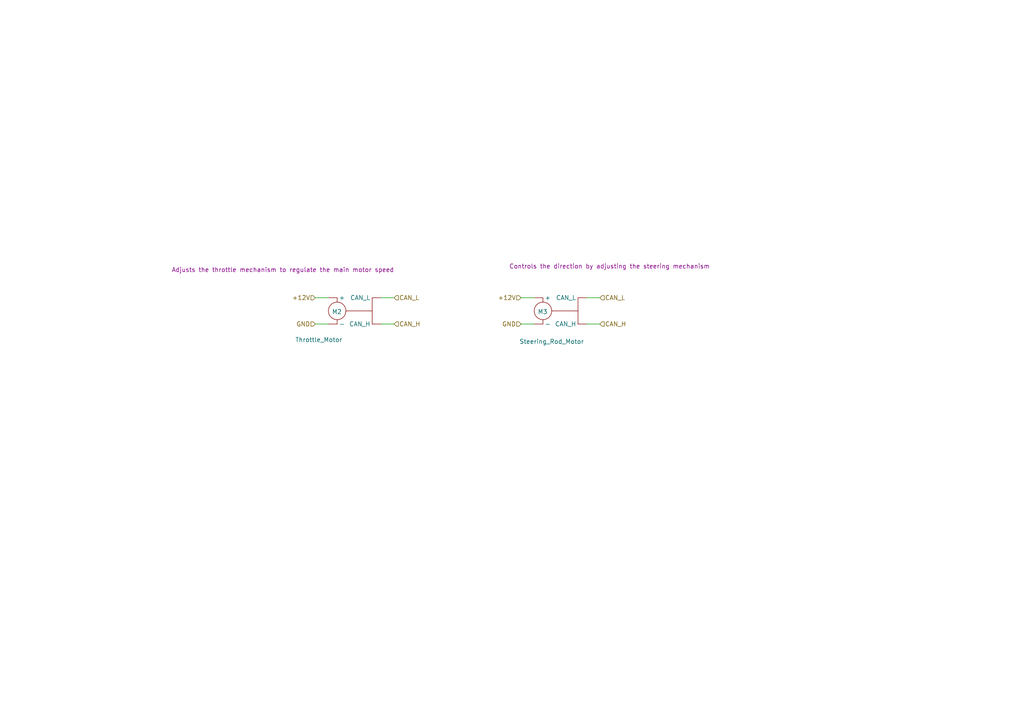
<source format=kicad_sch>
(kicad_sch (version 20231120) (generator "eeschema") (generator_version "8.0")
  (paper "A4")
  (lib_symbols
    (symbol "New_Library_0:Motor"
      (property "Reference" "M" (at 0 0 0))
      (symbol "Motor_0_1"
        (polyline (pts (xy 0 -2.54) (xy 0 -3.81)))
        (polyline (pts (xy 0 2.54) (xy 0 3.81)))
        (polyline (pts (xy 10.16 0) (xy 10.16 -3.81)))
        (polyline (pts (xy 2.54 0) (xy 10.16 0) (xy 10.16 3.81)))
        (circle (center 0 0) (radius 2.54))
      )
      (symbol "Motor_1_1"
        (pin power_in line (at -2.54 3.81 0) (length 2.54) (name "+") (number ""))
        (pin power_in line (at -2.54 -3.81 0) (length 2.54) (name "-") (number ""))
        (pin input line (at 12.7 -3.81 180) (length 2.54) (name "CAN_H") (number ""))
        (pin input line (at 12.7 3.81 180) (length 2.54) (name "CAN_L") (number ""))
      )
    )
  )
  (wire (pts (xy 151.13 93.98) (xy 154.94 93.98)))
  (wire (pts (xy 110.49 93.98) (xy 114.3 93.98)))
  (wire (pts (xy 110.49 86.36) (xy 114.3 86.36)))
  (wire (pts (xy 151.13 86.36) (xy 154.94 86.36)))
  (wire (pts (xy 91.44 93.98) (xy 95.25 93.98)))
  (wire (pts (xy 170.18 93.98) (xy 173.99 93.98)))
  (wire (pts (xy 91.44 86.36) (xy 95.25 86.36)))
  (wire (pts (xy 170.18 86.36) (xy 173.99 86.36)))
  (hierarchical_label "CAN_L" (shape input) (at 173.99 86.36 0))
  (hierarchical_label "CAN_H" (shape input) (at 173.99 93.98 0))
  (hierarchical_label "+12V" (shape input) (at 91.44 86.36 180))
  (hierarchical_label "GND" (shape input) (at 151.13 93.98 180))
  (hierarchical_label "+12V" (shape input) (at 151.13 86.36 180))
  (hierarchical_label "GND" (shape input) (at 91.44 93.98 180))
  (hierarchical_label "CAN_L" (shape input) (at 114.3 86.36 0))
  (hierarchical_label "CAN_H" (shape input) (at 114.3 93.98 0))
  (symbol (lib_id "New_Library_0:Motor") (at 157.48 90.17 0) (unit 1)
    (property "Reference" "M3" (at 155.956 90.424 0) (effects (justify left)))
    (property "Value" "Steering_Rod_Motor" (at 150.622 99.06 0) (effects (justify left)))
    (property "Description" "Controls the direction by adjusting the steering mechanism" (at 176.784 77.216 0))
  )
  (symbol (lib_id "New_Library_0:Motor") (at 97.79 90.17 0) (unit 1)
    (property "Reference" "M2" (at 96.266 90.424 0) (effects (justify left)))
    (property "Value" "Throttle_Motor" (at 85.598 98.552 0) (effects (justify left)))
    (property "Description" "Adjusts the throttle mechanism to regulate the main motor speed" (at 82.042 78.232 0))
  )
)
</source>
